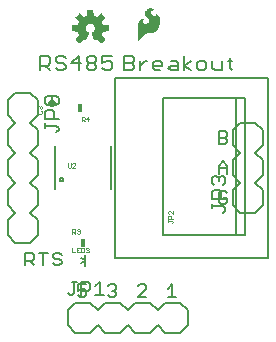
<source format=gbr>
G04 EAGLE Gerber RS-274X export*
G75*
%MOMM*%
%FSLAX34Y34*%
%LPD*%
%INSilkscreen Top*%
%IPPOS*%
%AMOC8*
5,1,8,0,0,1.08239X$1,22.5*%
G01*
%ADD10C,0.203200*%
%ADD11C,0.152400*%
%ADD12C,0.025400*%
%ADD13C,0.127000*%
%ADD14R,0.457200X0.762000*%
%ADD15C,0.558800*%

G36*
X91870Y245256D02*
X91870Y245256D01*
X91978Y245266D01*
X91991Y245272D01*
X92005Y245274D01*
X92102Y245322D01*
X92201Y245367D01*
X92214Y245378D01*
X92223Y245382D01*
X92238Y245398D01*
X92315Y245460D01*
X94900Y248045D01*
X94963Y248134D01*
X95029Y248219D01*
X95034Y248232D01*
X95042Y248244D01*
X95073Y248347D01*
X95109Y248450D01*
X95109Y248464D01*
X95113Y248477D01*
X95109Y248585D01*
X95110Y248694D01*
X95105Y248707D01*
X95105Y248721D01*
X95067Y248823D01*
X95032Y248925D01*
X95023Y248940D01*
X95019Y248949D01*
X95005Y248966D01*
X94951Y249048D01*
X92187Y252438D01*
X92744Y253520D01*
X92750Y253540D01*
X92792Y253635D01*
X93163Y254794D01*
X97514Y255237D01*
X97618Y255265D01*
X97724Y255290D01*
X97736Y255297D01*
X97749Y255300D01*
X97839Y255361D01*
X97932Y255418D01*
X97940Y255429D01*
X97952Y255437D01*
X98018Y255523D01*
X98087Y255607D01*
X98091Y255620D01*
X98100Y255631D01*
X98134Y255734D01*
X98173Y255835D01*
X98174Y255853D01*
X98178Y255862D01*
X98178Y255884D01*
X98187Y255982D01*
X98187Y259638D01*
X98170Y259745D01*
X98156Y259853D01*
X98150Y259865D01*
X98148Y259879D01*
X98096Y259975D01*
X98049Y260072D01*
X98039Y260082D01*
X98033Y260094D01*
X97953Y260168D01*
X97877Y260245D01*
X97865Y260251D01*
X97855Y260261D01*
X97756Y260306D01*
X97659Y260354D01*
X97641Y260358D01*
X97632Y260362D01*
X97611Y260364D01*
X97514Y260383D01*
X93163Y260826D01*
X92792Y261985D01*
X92783Y262002D01*
X92781Y262010D01*
X92777Y262017D01*
X92744Y262100D01*
X92187Y263182D01*
X94951Y266572D01*
X95005Y266666D01*
X95062Y266758D01*
X95065Y266771D01*
X95072Y266783D01*
X95093Y266890D01*
X95118Y266995D01*
X95116Y267009D01*
X95119Y267023D01*
X95104Y267130D01*
X95094Y267238D01*
X95088Y267251D01*
X95086Y267265D01*
X95038Y267362D01*
X94993Y267461D01*
X94982Y267474D01*
X94978Y267483D01*
X94962Y267498D01*
X94900Y267575D01*
X92315Y270160D01*
X92226Y270223D01*
X92141Y270289D01*
X92128Y270294D01*
X92116Y270302D01*
X92013Y270333D01*
X91910Y270369D01*
X91896Y270369D01*
X91883Y270373D01*
X91775Y270369D01*
X91666Y270370D01*
X91653Y270365D01*
X91639Y270365D01*
X91537Y270327D01*
X91435Y270292D01*
X91420Y270283D01*
X91411Y270279D01*
X91394Y270265D01*
X91312Y270211D01*
X87922Y267447D01*
X86840Y268004D01*
X86820Y268010D01*
X86725Y268052D01*
X85566Y268423D01*
X85123Y272774D01*
X85095Y272878D01*
X85070Y272984D01*
X85063Y272996D01*
X85060Y273009D01*
X84999Y273099D01*
X84942Y273192D01*
X84931Y273200D01*
X84923Y273212D01*
X84837Y273278D01*
X84753Y273347D01*
X84740Y273351D01*
X84729Y273360D01*
X84626Y273394D01*
X84525Y273433D01*
X84507Y273434D01*
X84498Y273438D01*
X84476Y273438D01*
X84378Y273447D01*
X80722Y273447D01*
X80615Y273430D01*
X80507Y273416D01*
X80495Y273410D01*
X80481Y273408D01*
X80385Y273356D01*
X80288Y273309D01*
X80278Y273299D01*
X80266Y273293D01*
X80192Y273213D01*
X80115Y273137D01*
X80109Y273125D01*
X80099Y273115D01*
X80054Y273016D01*
X80006Y272919D01*
X80002Y272901D01*
X79998Y272892D01*
X79996Y272871D01*
X79977Y272774D01*
X79534Y268423D01*
X78375Y268052D01*
X78357Y268042D01*
X78260Y268004D01*
X77178Y267447D01*
X73788Y270211D01*
X73694Y270265D01*
X73602Y270322D01*
X73589Y270325D01*
X73577Y270332D01*
X73470Y270353D01*
X73365Y270378D01*
X73351Y270376D01*
X73337Y270379D01*
X73230Y270364D01*
X73122Y270354D01*
X73109Y270348D01*
X73096Y270346D01*
X72998Y270298D01*
X72899Y270253D01*
X72886Y270242D01*
X72877Y270238D01*
X72862Y270222D01*
X72785Y270160D01*
X70200Y267575D01*
X70137Y267486D01*
X70071Y267401D01*
X70066Y267388D01*
X70058Y267376D01*
X70027Y267273D01*
X69991Y267170D01*
X69991Y267156D01*
X69987Y267143D01*
X69991Y267035D01*
X69990Y266926D01*
X69995Y266913D01*
X69995Y266899D01*
X70033Y266797D01*
X70068Y266695D01*
X70077Y266680D01*
X70081Y266671D01*
X70095Y266654D01*
X70149Y266572D01*
X72913Y263182D01*
X72356Y262100D01*
X72350Y262080D01*
X72308Y261985D01*
X71937Y260826D01*
X67586Y260383D01*
X67482Y260355D01*
X67376Y260330D01*
X67364Y260323D01*
X67351Y260320D01*
X67261Y260259D01*
X67168Y260202D01*
X67160Y260191D01*
X67148Y260183D01*
X67082Y260097D01*
X67014Y260013D01*
X67009Y260000D01*
X67000Y259989D01*
X66966Y259886D01*
X66927Y259785D01*
X66926Y259767D01*
X66922Y259758D01*
X66923Y259736D01*
X66913Y259638D01*
X66913Y255982D01*
X66930Y255875D01*
X66944Y255767D01*
X66950Y255755D01*
X66952Y255741D01*
X67004Y255645D01*
X67051Y255548D01*
X67061Y255538D01*
X67067Y255526D01*
X67147Y255452D01*
X67223Y255375D01*
X67235Y255369D01*
X67246Y255359D01*
X67344Y255314D01*
X67441Y255266D01*
X67459Y255262D01*
X67468Y255258D01*
X67489Y255256D01*
X67586Y255237D01*
X71937Y254794D01*
X72308Y253635D01*
X72318Y253617D01*
X72356Y253520D01*
X72913Y252438D01*
X70149Y249048D01*
X70095Y248954D01*
X70038Y248862D01*
X70035Y248849D01*
X70028Y248837D01*
X70007Y248730D01*
X69982Y248625D01*
X69984Y248611D01*
X69981Y248597D01*
X69996Y248490D01*
X70006Y248382D01*
X70012Y248369D01*
X70014Y248356D01*
X70062Y248258D01*
X70107Y248159D01*
X70118Y248146D01*
X70122Y248137D01*
X70138Y248122D01*
X70200Y248045D01*
X72785Y245460D01*
X72874Y245397D01*
X72959Y245331D01*
X72972Y245326D01*
X72984Y245318D01*
X73087Y245287D01*
X73190Y245251D01*
X73204Y245251D01*
X73217Y245247D01*
X73325Y245251D01*
X73434Y245250D01*
X73447Y245255D01*
X73461Y245255D01*
X73563Y245293D01*
X73665Y245328D01*
X73680Y245337D01*
X73689Y245341D01*
X73706Y245355D01*
X73788Y245409D01*
X77178Y248173D01*
X78260Y247616D01*
X78313Y247599D01*
X78362Y247573D01*
X78428Y247562D01*
X78492Y247541D01*
X78548Y247542D01*
X78602Y247533D01*
X78669Y247544D01*
X78736Y247545D01*
X78788Y247563D01*
X78843Y247572D01*
X78903Y247604D01*
X78966Y247627D01*
X79009Y247661D01*
X79059Y247687D01*
X79105Y247736D01*
X79157Y247778D01*
X79188Y247825D01*
X79226Y247865D01*
X79282Y247970D01*
X79290Y247983D01*
X79291Y247988D01*
X79295Y247995D01*
X81448Y253192D01*
X81468Y253276D01*
X81473Y253288D01*
X81475Y253304D01*
X81500Y253390D01*
X81499Y253410D01*
X81504Y253430D01*
X81496Y253512D01*
X81497Y253531D01*
X81493Y253551D01*
X81489Y253634D01*
X81482Y253653D01*
X81480Y253673D01*
X81448Y253742D01*
X81442Y253769D01*
X81427Y253793D01*
X81400Y253862D01*
X81387Y253877D01*
X81379Y253895D01*
X81334Y253944D01*
X81314Y253976D01*
X81282Y254002D01*
X81243Y254048D01*
X81222Y254063D01*
X81212Y254073D01*
X81191Y254085D01*
X81128Y254129D01*
X81125Y254131D01*
X81124Y254131D01*
X81122Y254133D01*
X80238Y254628D01*
X79559Y255255D01*
X79045Y256024D01*
X78725Y256892D01*
X78617Y257809D01*
X78730Y258744D01*
X79061Y259625D01*
X79593Y260402D01*
X80294Y261031D01*
X81124Y261474D01*
X82036Y261708D01*
X82978Y261718D01*
X83894Y261504D01*
X84734Y261079D01*
X85448Y260466D01*
X85997Y259701D01*
X86348Y258827D01*
X86481Y257895D01*
X86389Y256958D01*
X86077Y256070D01*
X85562Y255282D01*
X84875Y254638D01*
X83976Y254132D01*
X83936Y254099D01*
X83894Y254077D01*
X83863Y254044D01*
X83815Y254009D01*
X83802Y253992D01*
X83786Y253979D01*
X83751Y253925D01*
X83727Y253899D01*
X83714Y253868D01*
X83672Y253811D01*
X83666Y253791D01*
X83655Y253773D01*
X83637Y253700D01*
X83627Y253677D01*
X83624Y253653D01*
X83601Y253578D01*
X83602Y253557D01*
X83597Y253536D01*
X83604Y253452D01*
X83603Y253434D01*
X83606Y253418D01*
X83609Y253334D01*
X83617Y253308D01*
X83618Y253293D01*
X83628Y253271D01*
X83652Y253192D01*
X83960Y252447D01*
X83961Y252447D01*
X84271Y251698D01*
X84581Y250949D01*
X84581Y250948D01*
X84892Y250200D01*
X84892Y250199D01*
X85202Y249450D01*
X85512Y248701D01*
X85513Y248701D01*
X85805Y247995D01*
X85834Y247948D01*
X85855Y247896D01*
X85898Y247845D01*
X85934Y247788D01*
X85977Y247753D01*
X86013Y247710D01*
X86070Y247676D01*
X86122Y247633D01*
X86174Y247614D01*
X86222Y247585D01*
X86288Y247571D01*
X86351Y247547D01*
X86406Y247545D01*
X86460Y247534D01*
X86527Y247541D01*
X86594Y247539D01*
X86648Y247555D01*
X86703Y247562D01*
X86814Y247606D01*
X86828Y247610D01*
X86832Y247613D01*
X86840Y247616D01*
X87922Y248173D01*
X91312Y245409D01*
X91406Y245355D01*
X91498Y245298D01*
X91511Y245295D01*
X91523Y245288D01*
X91630Y245267D01*
X91735Y245242D01*
X91749Y245244D01*
X91763Y245241D01*
X91870Y245256D01*
G37*
G36*
X123200Y246281D02*
X123200Y246281D01*
X123204Y246279D01*
X123274Y246315D01*
X123284Y246320D01*
X123285Y246321D01*
X128157Y251803D01*
X129011Y252585D01*
X130001Y253174D01*
X130352Y253301D01*
X130720Y253366D01*
X132995Y253366D01*
X133000Y253368D01*
X133006Y253366D01*
X134370Y253490D01*
X134380Y253496D01*
X134392Y253494D01*
X135711Y253862D01*
X135719Y253870D01*
X135732Y253871D01*
X136962Y254471D01*
X136969Y254478D01*
X136980Y254481D01*
X138137Y255298D01*
X138142Y255306D01*
X138151Y255309D01*
X139182Y256281D01*
X139185Y256289D01*
X139191Y256291D01*
X139192Y256293D01*
X139194Y256294D01*
X140079Y257401D01*
X140081Y257411D01*
X140090Y257418D01*
X141037Y259099D01*
X141038Y259110D01*
X141046Y259120D01*
X141674Y260944D01*
X141673Y260955D01*
X141680Y260966D01*
X141968Y262873D01*
X141965Y262884D01*
X141970Y262896D01*
X141968Y262948D01*
X141960Y263200D01*
X141956Y263326D01*
X141956Y263327D01*
X141948Y263579D01*
X141940Y263832D01*
X141936Y263958D01*
X141928Y264210D01*
X141917Y264589D01*
X141909Y264824D01*
X141905Y264833D01*
X141907Y264845D01*
X141700Y265884D01*
X141695Y265892D01*
X141695Y265903D01*
X141337Y266900D01*
X141331Y266907D01*
X141330Y266918D01*
X140828Y267852D01*
X140819Y267859D01*
X140816Y267871D01*
X139909Y269008D01*
X139898Y269014D01*
X139891Y269027D01*
X138765Y269948D01*
X138722Y269960D01*
X138681Y269976D01*
X138676Y269974D01*
X138670Y269975D01*
X138632Y269954D01*
X138592Y269935D01*
X138589Y269929D01*
X138585Y269927D01*
X138577Y269898D01*
X138559Y269850D01*
X138559Y268970D01*
X138543Y268850D01*
X138499Y268747D01*
X138225Y268407D01*
X137864Y268159D01*
X137690Y268094D01*
X137152Y268036D01*
X136622Y268134D01*
X136134Y268383D01*
X135232Y269034D01*
X134820Y269388D01*
X134469Y269798D01*
X134186Y270256D01*
X133980Y270750D01*
X133921Y271050D01*
X133933Y271353D01*
X134090Y271872D01*
X134376Y272332D01*
X134771Y272702D01*
X135252Y272957D01*
X135742Y273096D01*
X136253Y273153D01*
X136856Y273153D01*
X136857Y273153D01*
X136879Y273162D01*
X136947Y273191D01*
X136982Y273283D01*
X136978Y273292D01*
X136944Y273368D01*
X136942Y273371D01*
X136941Y273372D01*
X136940Y273373D01*
X136919Y273393D01*
X136912Y273396D01*
X136908Y273404D01*
X136473Y273742D01*
X136458Y273746D01*
X136446Y273758D01*
X135942Y273979D01*
X135941Y273979D01*
X135585Y274131D01*
X135357Y274232D01*
X135347Y274233D01*
X135337Y274239D01*
X134459Y274459D01*
X134450Y274458D01*
X134440Y274462D01*
X133540Y274548D01*
X133530Y274544D01*
X133518Y274548D01*
X132650Y274482D01*
X132639Y274476D01*
X132626Y274477D01*
X131786Y274246D01*
X131776Y274238D01*
X131763Y274237D01*
X130983Y273849D01*
X130976Y273841D01*
X130965Y273838D01*
X130188Y273278D01*
X130184Y273271D01*
X130175Y273267D01*
X129479Y272609D01*
X129474Y272598D01*
X129463Y272590D01*
X129032Y271987D01*
X129029Y271972D01*
X129017Y271959D01*
X128750Y271267D01*
X128750Y271251D01*
X128742Y271236D01*
X128655Y270499D01*
X128660Y270484D01*
X128656Y270467D01*
X128755Y269732D01*
X128763Y269719D01*
X128763Y269702D01*
X129043Y269014D01*
X129052Y269005D01*
X129055Y268991D01*
X130242Y267233D01*
X130250Y267228D01*
X130254Y267217D01*
X131707Y265676D01*
X132077Y265241D01*
X132317Y264738D01*
X132419Y264190D01*
X132376Y263634D01*
X132190Y263109D01*
X131875Y262649D01*
X131450Y262284D01*
X130907Y261991D01*
X130321Y261793D01*
X129711Y261696D01*
X129000Y261731D01*
X128322Y261938D01*
X127716Y262303D01*
X127403Y262631D01*
X127197Y263035D01*
X127104Y263451D01*
X127104Y263879D01*
X127197Y264294D01*
X127269Y264432D01*
X127387Y264546D01*
X128211Y265145D01*
X128344Y265216D01*
X128482Y265244D01*
X128640Y265228D01*
X128683Y265242D01*
X128728Y265253D01*
X128730Y265257D01*
X128734Y265258D01*
X128754Y265299D01*
X128777Y265338D01*
X128776Y265342D01*
X128778Y265346D01*
X128763Y265389D01*
X128750Y265433D01*
X128747Y265435D01*
X128746Y265439D01*
X128708Y265458D01*
X128672Y265479D01*
X128189Y265555D01*
X128184Y265554D01*
X128179Y265556D01*
X127239Y265629D01*
X127230Y265626D01*
X127219Y265629D01*
X126279Y265556D01*
X126269Y265551D01*
X126257Y265552D01*
X125558Y265368D01*
X125548Y265360D01*
X125534Y265359D01*
X124886Y265038D01*
X124878Y265029D01*
X124864Y265025D01*
X124294Y264580D01*
X124288Y264569D01*
X124276Y264563D01*
X123806Y264013D01*
X123802Y264001D01*
X123791Y263992D01*
X123390Y263260D01*
X123389Y263247D01*
X123380Y263236D01*
X123140Y262437D01*
X123141Y262424D01*
X123135Y262411D01*
X123065Y261580D01*
X123067Y261574D01*
X123065Y261569D01*
X123065Y246405D01*
X123067Y246400D01*
X123065Y246396D01*
X123086Y246356D01*
X123103Y246314D01*
X123108Y246313D01*
X123110Y246308D01*
X123153Y246295D01*
X123195Y246279D01*
X123200Y246281D01*
G37*
D10*
X40386Y221996D02*
X40386Y234198D01*
X46487Y234198D01*
X48521Y232165D01*
X48521Y228097D01*
X46487Y226063D01*
X40386Y226063D01*
X44453Y226063D02*
X48521Y221996D01*
X59584Y234198D02*
X61618Y232165D01*
X59584Y234198D02*
X55517Y234198D01*
X53483Y232165D01*
X53483Y230131D01*
X55517Y228097D01*
X59584Y228097D01*
X61618Y226063D01*
X61618Y224030D01*
X59584Y221996D01*
X55517Y221996D01*
X53483Y224030D01*
X72682Y221996D02*
X72682Y234198D01*
X66581Y228097D01*
X74715Y228097D01*
X79678Y232165D02*
X81711Y234198D01*
X85779Y234198D01*
X87813Y232165D01*
X87813Y230131D01*
X85779Y228097D01*
X87813Y226063D01*
X87813Y224030D01*
X85779Y221996D01*
X81711Y221996D01*
X79678Y224030D01*
X79678Y226063D01*
X81711Y228097D01*
X79678Y230131D01*
X79678Y232165D01*
X81711Y228097D02*
X85779Y228097D01*
X92775Y234198D02*
X100910Y234198D01*
X92775Y234198D02*
X92775Y228097D01*
X96842Y230131D01*
X98876Y230131D01*
X100910Y228097D01*
X100910Y224030D01*
X98876Y221996D01*
X94809Y221996D01*
X92775Y224030D01*
X27686Y67573D02*
X27686Y56896D01*
X27686Y67573D02*
X33025Y67573D01*
X34804Y65794D01*
X34804Y62235D01*
X33025Y60455D01*
X27686Y60455D01*
X31245Y60455D02*
X34804Y56896D01*
X42939Y56896D02*
X42939Y67573D01*
X39380Y67573D02*
X46498Y67573D01*
X56413Y67573D02*
X58192Y65794D01*
X56413Y67573D02*
X52853Y67573D01*
X51074Y65794D01*
X51074Y64014D01*
X52853Y62235D01*
X56413Y62235D01*
X58192Y60455D01*
X58192Y58676D01*
X56413Y56896D01*
X52853Y56896D01*
X51074Y58676D01*
X191516Y134366D02*
X191516Y141484D01*
X195075Y145043D01*
X198634Y141484D01*
X198634Y134366D01*
X198634Y139705D02*
X191516Y139705D01*
X191516Y159766D02*
X191516Y170443D01*
X196855Y170443D01*
X198634Y168664D01*
X198634Y166884D01*
X196855Y165105D01*
X198634Y163325D01*
X198634Y161546D01*
X196855Y159766D01*
X191516Y159766D01*
X191516Y165105D02*
X196855Y165105D01*
X196855Y119643D02*
X198634Y117864D01*
X196855Y119643D02*
X193296Y119643D01*
X191516Y117864D01*
X191516Y110746D01*
X193296Y108966D01*
X196855Y108966D01*
X198634Y110746D01*
X198634Y114305D01*
X195075Y114305D01*
X111506Y221996D02*
X111506Y234198D01*
X117607Y234198D01*
X119641Y232165D01*
X119641Y230131D01*
X117607Y228097D01*
X119641Y226063D01*
X119641Y224030D01*
X117607Y221996D01*
X111506Y221996D01*
X111506Y228097D02*
X117607Y228097D01*
X124603Y230131D02*
X124603Y221996D01*
X124603Y226063D02*
X128671Y230131D01*
X130704Y230131D01*
X137551Y221996D02*
X141619Y221996D01*
X137551Y221996D02*
X135518Y224030D01*
X135518Y228097D01*
X137551Y230131D01*
X141619Y230131D01*
X143653Y228097D01*
X143653Y226063D01*
X135518Y226063D01*
X150649Y230131D02*
X154716Y230131D01*
X156750Y228097D01*
X156750Y221996D01*
X150649Y221996D01*
X148615Y224030D01*
X150649Y226063D01*
X156750Y226063D01*
X161712Y221996D02*
X161712Y234198D01*
X161712Y226063D02*
X167813Y221996D01*
X161712Y226063D02*
X167813Y230131D01*
X174660Y221996D02*
X178728Y221996D01*
X180761Y224030D01*
X180761Y228097D01*
X178728Y230131D01*
X174660Y230131D01*
X172627Y228097D01*
X172627Y224030D01*
X174660Y221996D01*
X185724Y224030D02*
X185724Y230131D01*
X185724Y224030D02*
X187757Y221996D01*
X193859Y221996D01*
X193859Y230131D01*
X200855Y232165D02*
X200855Y224030D01*
X202888Y221996D01*
X202888Y230131D02*
X198821Y230131D01*
X151895Y40903D02*
X148336Y37344D01*
X151895Y40903D02*
X151895Y30226D01*
X148336Y30226D02*
X155454Y30226D01*
X99316Y40903D02*
X97536Y39124D01*
X99316Y40903D02*
X102875Y40903D01*
X104654Y39124D01*
X104654Y37344D01*
X102875Y35565D01*
X101095Y35565D01*
X102875Y35565D02*
X104654Y33785D01*
X104654Y32006D01*
X102875Y30226D01*
X99316Y30226D01*
X97536Y32006D01*
X122936Y30226D02*
X130054Y30226D01*
X122936Y30226D02*
X130054Y37344D01*
X130054Y39124D01*
X128275Y40903D01*
X124716Y40903D01*
X122936Y39124D01*
X79254Y40903D02*
X72136Y40903D01*
X72136Y35565D01*
X75695Y37344D01*
X77475Y37344D01*
X79254Y35565D01*
X79254Y32006D01*
X77475Y30226D01*
X73916Y30226D01*
X72136Y32006D01*
D11*
X99820Y121670D02*
X99820Y157730D01*
X52580Y157730D02*
X52580Y121670D01*
D10*
X56730Y129794D02*
X56732Y129869D01*
X56738Y129944D01*
X56748Y130019D01*
X56761Y130093D01*
X56779Y130166D01*
X56800Y130238D01*
X56825Y130309D01*
X56854Y130378D01*
X56887Y130446D01*
X56922Y130512D01*
X56962Y130576D01*
X57004Y130638D01*
X57050Y130698D01*
X57099Y130755D01*
X57151Y130809D01*
X57205Y130861D01*
X57262Y130910D01*
X57322Y130956D01*
X57384Y130998D01*
X57448Y131038D01*
X57514Y131073D01*
X57582Y131106D01*
X57651Y131135D01*
X57722Y131160D01*
X57794Y131181D01*
X57867Y131199D01*
X57941Y131212D01*
X58016Y131222D01*
X58091Y131228D01*
X58166Y131230D01*
X58241Y131228D01*
X58316Y131222D01*
X58391Y131212D01*
X58465Y131199D01*
X58538Y131181D01*
X58610Y131160D01*
X58681Y131135D01*
X58750Y131106D01*
X58818Y131073D01*
X58884Y131038D01*
X58948Y130998D01*
X59010Y130956D01*
X59070Y130910D01*
X59127Y130861D01*
X59181Y130809D01*
X59233Y130755D01*
X59282Y130698D01*
X59328Y130638D01*
X59370Y130576D01*
X59410Y130512D01*
X59445Y130446D01*
X59478Y130378D01*
X59507Y130309D01*
X59532Y130238D01*
X59553Y130166D01*
X59571Y130093D01*
X59584Y130019D01*
X59594Y129944D01*
X59600Y129869D01*
X59602Y129794D01*
X59600Y129719D01*
X59594Y129644D01*
X59584Y129569D01*
X59571Y129495D01*
X59553Y129422D01*
X59532Y129350D01*
X59507Y129279D01*
X59478Y129210D01*
X59445Y129142D01*
X59410Y129076D01*
X59370Y129012D01*
X59328Y128950D01*
X59282Y128890D01*
X59233Y128833D01*
X59181Y128779D01*
X59127Y128727D01*
X59070Y128678D01*
X59010Y128632D01*
X58948Y128590D01*
X58884Y128550D01*
X58818Y128515D01*
X58750Y128482D01*
X58681Y128453D01*
X58610Y128428D01*
X58538Y128407D01*
X58465Y128389D01*
X58391Y128376D01*
X58316Y128366D01*
X58241Y128360D01*
X58166Y128358D01*
X58091Y128360D01*
X58016Y128366D01*
X57941Y128376D01*
X57867Y128389D01*
X57794Y128407D01*
X57722Y128428D01*
X57651Y128453D01*
X57582Y128482D01*
X57514Y128515D01*
X57448Y128550D01*
X57384Y128590D01*
X57322Y128632D01*
X57262Y128678D01*
X57205Y128727D01*
X57151Y128779D01*
X57099Y128833D01*
X57050Y128890D01*
X57004Y128950D01*
X56962Y129012D01*
X56922Y129076D01*
X56887Y129142D01*
X56854Y129210D01*
X56825Y129279D01*
X56800Y129350D01*
X56779Y129422D01*
X56761Y129495D01*
X56748Y129569D01*
X56738Y129644D01*
X56732Y129719D01*
X56730Y129794D01*
D12*
X63627Y140463D02*
X63627Y143640D01*
X63627Y140463D02*
X64263Y139827D01*
X65534Y139827D01*
X66169Y140463D01*
X66169Y143640D01*
X67369Y139827D02*
X69911Y139827D01*
X67369Y139827D02*
X69911Y142369D01*
X69911Y143005D01*
X69276Y143640D01*
X68005Y143640D01*
X67369Y143005D01*
D10*
X103200Y215900D02*
X103200Y63500D01*
X233200Y63500D01*
X233200Y215900D01*
X103200Y215900D01*
X203200Y158750D02*
X209550Y152400D01*
X203200Y158750D02*
X203200Y171450D01*
X209550Y177800D01*
X222250Y177800D02*
X228600Y171450D01*
X228600Y158750D01*
X222250Y152400D01*
X203200Y120650D02*
X203200Y107950D01*
X203200Y120650D02*
X209550Y127000D01*
X222250Y127000D02*
X228600Y120650D01*
X209550Y127000D02*
X203200Y133350D01*
X203200Y146050D01*
X209550Y152400D01*
X222250Y152400D02*
X228600Y146050D01*
X228600Y133350D01*
X222250Y127000D01*
X222250Y101600D02*
X209550Y101600D01*
X203200Y107950D01*
X222250Y101600D02*
X228600Y107950D01*
X228600Y120650D01*
X222250Y177800D02*
X209550Y177800D01*
D13*
X196977Y103380D02*
X195070Y101473D01*
X196977Y103380D02*
X196977Y105286D01*
X195070Y107193D01*
X185537Y107193D01*
X185537Y105286D02*
X185537Y109100D01*
X185537Y113167D02*
X196977Y113167D01*
X185537Y113167D02*
X185537Y118887D01*
X187444Y120793D01*
X191257Y120793D01*
X193164Y118887D01*
X193164Y113167D01*
X187444Y124861D02*
X185537Y126768D01*
X185537Y130581D01*
X187444Y132487D01*
X189351Y132487D01*
X191257Y130581D01*
X191257Y128674D01*
X191257Y130581D02*
X193164Y132487D01*
X195070Y132487D01*
X196977Y130581D01*
X196977Y126768D01*
X195070Y124861D01*
D10*
X143800Y82410D02*
X143800Y198410D01*
X205800Y198410D01*
X213800Y198410D01*
X213800Y82410D01*
X205800Y82410D01*
X143800Y82410D01*
X205800Y82410D02*
X205800Y198410D01*
D12*
X152273Y93473D02*
X151637Y92837D01*
X152273Y93473D02*
X152273Y94108D01*
X151637Y94744D01*
X148460Y94744D01*
X148460Y95379D02*
X148460Y94108D01*
X148460Y96579D02*
X152273Y96579D01*
X148460Y96579D02*
X148460Y98486D01*
X149095Y99121D01*
X150366Y99121D01*
X151002Y98486D01*
X151002Y96579D01*
X152273Y100321D02*
X152273Y102863D01*
X152273Y100321D02*
X149731Y102863D01*
X149095Y102863D01*
X148460Y102228D01*
X148460Y100957D01*
X149095Y100321D01*
D14*
X76200Y76200D03*
D12*
X67437Y83947D02*
X67437Y87760D01*
X69344Y87760D01*
X69979Y87125D01*
X69979Y85854D01*
X69344Y85218D01*
X67437Y85218D01*
X68708Y85218D02*
X69979Y83947D01*
X71179Y87125D02*
X71815Y87760D01*
X73086Y87760D01*
X73721Y87125D01*
X73721Y86489D01*
X73086Y85854D01*
X72450Y85854D01*
X73086Y85854D02*
X73721Y85218D01*
X73721Y84583D01*
X73086Y83947D01*
X71815Y83947D01*
X71179Y84583D01*
D10*
X77900Y60960D02*
X77900Y56360D01*
X77900Y60960D02*
X77900Y65560D01*
X77900Y60960D02*
X74800Y58622D01*
X77746Y61214D02*
X74800Y63144D01*
D12*
X67437Y68072D02*
X67437Y71885D01*
X67437Y68072D02*
X69979Y68072D01*
X71179Y71885D02*
X73721Y71885D01*
X71179Y71885D02*
X71179Y68072D01*
X73721Y68072D01*
X72450Y69979D02*
X71179Y69979D01*
X74921Y71885D02*
X74921Y68072D01*
X76828Y68072D01*
X77463Y68708D01*
X77463Y71250D01*
X76828Y71885D01*
X74921Y71885D01*
X78663Y71250D02*
X79299Y71885D01*
X80570Y71885D01*
X81205Y71250D01*
X81205Y70614D01*
X80570Y69979D01*
X79934Y69979D01*
X80570Y69979D02*
X81205Y69343D01*
X81205Y68708D01*
X80570Y68072D01*
X79299Y68072D01*
X78663Y68708D01*
D15*
X49835Y194310D02*
X49225Y194310D01*
D12*
X38605Y188089D02*
X37970Y187454D01*
X37970Y186183D01*
X38605Y185547D01*
X41147Y185547D01*
X41783Y186183D01*
X41783Y187454D01*
X41147Y188089D01*
X38605Y189289D02*
X37970Y189925D01*
X37970Y191196D01*
X38605Y191831D01*
X39241Y191831D01*
X39876Y191196D01*
X39876Y190560D01*
X39876Y191196D02*
X40512Y191831D01*
X41147Y191831D01*
X41783Y191196D01*
X41783Y189925D01*
X41147Y189289D01*
D14*
X73660Y190500D03*
D12*
X75193Y182756D02*
X75193Y178943D01*
X75193Y182756D02*
X77099Y182756D01*
X77735Y182121D01*
X77735Y180850D01*
X77099Y180214D01*
X75193Y180214D01*
X76464Y180214D02*
X77735Y178943D01*
X80842Y178943D02*
X80842Y182756D01*
X78935Y180850D01*
X81477Y180850D01*
D10*
X38100Y120650D02*
X38100Y107950D01*
X31750Y101600D01*
X19050Y101600D02*
X12700Y107950D01*
X31750Y101600D02*
X38100Y95250D01*
X38100Y82550D01*
X31750Y76200D01*
X19050Y76200D02*
X12700Y82550D01*
X12700Y95250D01*
X19050Y101600D01*
X38100Y146050D02*
X31750Y152400D01*
X38100Y146050D02*
X38100Y133350D01*
X31750Y127000D01*
X19050Y127000D02*
X12700Y133350D01*
X12700Y146050D01*
X19050Y152400D01*
X31750Y127000D02*
X38100Y120650D01*
X19050Y127000D02*
X12700Y120650D01*
X12700Y107950D01*
X38100Y184150D02*
X38100Y196850D01*
X38100Y184150D02*
X31750Y177800D01*
X19050Y177800D02*
X12700Y184150D01*
X31750Y177800D02*
X38100Y171450D01*
X38100Y158750D01*
X31750Y152400D01*
X19050Y152400D02*
X12700Y158750D01*
X12700Y171450D01*
X19050Y177800D01*
X19050Y203200D02*
X31750Y203200D01*
X38100Y196850D01*
X19050Y203200D02*
X12700Y196850D01*
X12700Y184150D01*
X19050Y76200D02*
X31750Y76200D01*
D13*
X53846Y169515D02*
X55753Y171422D01*
X55753Y173328D01*
X53846Y175235D01*
X44313Y175235D01*
X44313Y173328D02*
X44313Y177142D01*
X44313Y181209D02*
X55753Y181209D01*
X44313Y181209D02*
X44313Y186929D01*
X46220Y188836D01*
X50033Y188836D01*
X51940Y186929D01*
X51940Y181209D01*
X53846Y192903D02*
X55753Y194810D01*
X55753Y198623D01*
X53846Y200529D01*
X46220Y200529D01*
X44313Y198623D01*
X44313Y194810D01*
X46220Y192903D01*
X48127Y192903D01*
X50033Y194810D01*
X50033Y200529D01*
D10*
X146050Y25400D02*
X158750Y25400D01*
X165100Y19050D01*
X165100Y6350D02*
X158750Y0D01*
X120650Y25400D02*
X114300Y19050D01*
X120650Y25400D02*
X133350Y25400D01*
X139700Y19050D01*
X139700Y6350D02*
X133350Y0D01*
X120650Y0D01*
X114300Y6350D01*
X139700Y19050D02*
X146050Y25400D01*
X139700Y6350D02*
X146050Y0D01*
X158750Y0D01*
X82550Y25400D02*
X69850Y25400D01*
X82550Y25400D02*
X88900Y19050D01*
X88900Y6350D02*
X82550Y0D01*
X88900Y19050D02*
X95250Y25400D01*
X107950Y25400D01*
X114300Y19050D01*
X114300Y6350D02*
X107950Y0D01*
X95250Y0D01*
X88900Y6350D01*
X63500Y6350D02*
X63500Y19050D01*
X69850Y25400D01*
X63500Y6350D02*
X69850Y0D01*
X82550Y0D01*
X165100Y6350D02*
X165100Y19050D01*
D13*
X65280Y31623D02*
X63373Y33530D01*
X65280Y31623D02*
X67186Y31623D01*
X69093Y33530D01*
X69093Y43063D01*
X67186Y43063D02*
X71000Y43063D01*
X75067Y43063D02*
X75067Y31623D01*
X75067Y43063D02*
X80787Y43063D01*
X82693Y41156D01*
X82693Y37343D01*
X80787Y35436D01*
X75067Y35436D01*
X86761Y39250D02*
X90574Y43063D01*
X90574Y31623D01*
X86761Y31623D02*
X94387Y31623D01*
M02*

</source>
